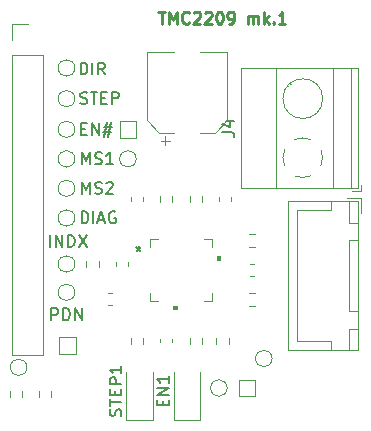
<source format=gbr>
%TF.GenerationSoftware,KiCad,Pcbnew,8.0.4*%
%TF.CreationDate,2024-09-14T10:14:20+02:00*%
%TF.ProjectId,tmc2208-breakout,746d6332-3230-4382-9d62-7265616b6f75,rev?*%
%TF.SameCoordinates,Original*%
%TF.FileFunction,Legend,Top*%
%TF.FilePolarity,Positive*%
%FSLAX46Y46*%
G04 Gerber Fmt 4.6, Leading zero omitted, Abs format (unit mm)*
G04 Created by KiCad (PCBNEW 8.0.4) date 2024-09-14 10:14:20*
%MOMM*%
%LPD*%
G01*
G04 APERTURE LIST*
%ADD10C,0.250000*%
%ADD11C,0.150000*%
%ADD12C,0.120000*%
%ADD13C,0.100000*%
G04 APERTURE END LIST*
D10*
X155071429Y-39144647D02*
X155642857Y-39144647D01*
X155357143Y-40144647D02*
X155357143Y-39144647D01*
X155976191Y-40144647D02*
X155976191Y-39144647D01*
X155976191Y-39144647D02*
X156309524Y-39858932D01*
X156309524Y-39858932D02*
X156642857Y-39144647D01*
X156642857Y-39144647D02*
X156642857Y-40144647D01*
X157690476Y-40049408D02*
X157642857Y-40097028D01*
X157642857Y-40097028D02*
X157500000Y-40144647D01*
X157500000Y-40144647D02*
X157404762Y-40144647D01*
X157404762Y-40144647D02*
X157261905Y-40097028D01*
X157261905Y-40097028D02*
X157166667Y-40001789D01*
X157166667Y-40001789D02*
X157119048Y-39906551D01*
X157119048Y-39906551D02*
X157071429Y-39716075D01*
X157071429Y-39716075D02*
X157071429Y-39573218D01*
X157071429Y-39573218D02*
X157119048Y-39382742D01*
X157119048Y-39382742D02*
X157166667Y-39287504D01*
X157166667Y-39287504D02*
X157261905Y-39192266D01*
X157261905Y-39192266D02*
X157404762Y-39144647D01*
X157404762Y-39144647D02*
X157500000Y-39144647D01*
X157500000Y-39144647D02*
X157642857Y-39192266D01*
X157642857Y-39192266D02*
X157690476Y-39239885D01*
X158071429Y-39239885D02*
X158119048Y-39192266D01*
X158119048Y-39192266D02*
X158214286Y-39144647D01*
X158214286Y-39144647D02*
X158452381Y-39144647D01*
X158452381Y-39144647D02*
X158547619Y-39192266D01*
X158547619Y-39192266D02*
X158595238Y-39239885D01*
X158595238Y-39239885D02*
X158642857Y-39335123D01*
X158642857Y-39335123D02*
X158642857Y-39430361D01*
X158642857Y-39430361D02*
X158595238Y-39573218D01*
X158595238Y-39573218D02*
X158023810Y-40144647D01*
X158023810Y-40144647D02*
X158642857Y-40144647D01*
X159023810Y-39239885D02*
X159071429Y-39192266D01*
X159071429Y-39192266D02*
X159166667Y-39144647D01*
X159166667Y-39144647D02*
X159404762Y-39144647D01*
X159404762Y-39144647D02*
X159500000Y-39192266D01*
X159500000Y-39192266D02*
X159547619Y-39239885D01*
X159547619Y-39239885D02*
X159595238Y-39335123D01*
X159595238Y-39335123D02*
X159595238Y-39430361D01*
X159595238Y-39430361D02*
X159547619Y-39573218D01*
X159547619Y-39573218D02*
X158976191Y-40144647D01*
X158976191Y-40144647D02*
X159595238Y-40144647D01*
X160214286Y-39144647D02*
X160309524Y-39144647D01*
X160309524Y-39144647D02*
X160404762Y-39192266D01*
X160404762Y-39192266D02*
X160452381Y-39239885D01*
X160452381Y-39239885D02*
X160500000Y-39335123D01*
X160500000Y-39335123D02*
X160547619Y-39525599D01*
X160547619Y-39525599D02*
X160547619Y-39763694D01*
X160547619Y-39763694D02*
X160500000Y-39954170D01*
X160500000Y-39954170D02*
X160452381Y-40049408D01*
X160452381Y-40049408D02*
X160404762Y-40097028D01*
X160404762Y-40097028D02*
X160309524Y-40144647D01*
X160309524Y-40144647D02*
X160214286Y-40144647D01*
X160214286Y-40144647D02*
X160119048Y-40097028D01*
X160119048Y-40097028D02*
X160071429Y-40049408D01*
X160071429Y-40049408D02*
X160023810Y-39954170D01*
X160023810Y-39954170D02*
X159976191Y-39763694D01*
X159976191Y-39763694D02*
X159976191Y-39525599D01*
X159976191Y-39525599D02*
X160023810Y-39335123D01*
X160023810Y-39335123D02*
X160071429Y-39239885D01*
X160071429Y-39239885D02*
X160119048Y-39192266D01*
X160119048Y-39192266D02*
X160214286Y-39144647D01*
X161023810Y-40144647D02*
X161214286Y-40144647D01*
X161214286Y-40144647D02*
X161309524Y-40097028D01*
X161309524Y-40097028D02*
X161357143Y-40049408D01*
X161357143Y-40049408D02*
X161452381Y-39906551D01*
X161452381Y-39906551D02*
X161500000Y-39716075D01*
X161500000Y-39716075D02*
X161500000Y-39335123D01*
X161500000Y-39335123D02*
X161452381Y-39239885D01*
X161452381Y-39239885D02*
X161404762Y-39192266D01*
X161404762Y-39192266D02*
X161309524Y-39144647D01*
X161309524Y-39144647D02*
X161119048Y-39144647D01*
X161119048Y-39144647D02*
X161023810Y-39192266D01*
X161023810Y-39192266D02*
X160976191Y-39239885D01*
X160976191Y-39239885D02*
X160928572Y-39335123D01*
X160928572Y-39335123D02*
X160928572Y-39573218D01*
X160928572Y-39573218D02*
X160976191Y-39668456D01*
X160976191Y-39668456D02*
X161023810Y-39716075D01*
X161023810Y-39716075D02*
X161119048Y-39763694D01*
X161119048Y-39763694D02*
X161309524Y-39763694D01*
X161309524Y-39763694D02*
X161404762Y-39716075D01*
X161404762Y-39716075D02*
X161452381Y-39668456D01*
X161452381Y-39668456D02*
X161500000Y-39573218D01*
X162690477Y-40144647D02*
X162690477Y-39477980D01*
X162690477Y-39573218D02*
X162738096Y-39525599D01*
X162738096Y-39525599D02*
X162833334Y-39477980D01*
X162833334Y-39477980D02*
X162976191Y-39477980D01*
X162976191Y-39477980D02*
X163071429Y-39525599D01*
X163071429Y-39525599D02*
X163119048Y-39620837D01*
X163119048Y-39620837D02*
X163119048Y-40144647D01*
X163119048Y-39620837D02*
X163166667Y-39525599D01*
X163166667Y-39525599D02*
X163261905Y-39477980D01*
X163261905Y-39477980D02*
X163404762Y-39477980D01*
X163404762Y-39477980D02*
X163500001Y-39525599D01*
X163500001Y-39525599D02*
X163547620Y-39620837D01*
X163547620Y-39620837D02*
X163547620Y-40144647D01*
X164023810Y-40144647D02*
X164023810Y-39144647D01*
X164119048Y-39763694D02*
X164404762Y-40144647D01*
X164404762Y-39477980D02*
X164023810Y-39858932D01*
X164833334Y-40049408D02*
X164880953Y-40097028D01*
X164880953Y-40097028D02*
X164833334Y-40144647D01*
X164833334Y-40144647D02*
X164785715Y-40097028D01*
X164785715Y-40097028D02*
X164833334Y-40049408D01*
X164833334Y-40049408D02*
X164833334Y-40144647D01*
X165833333Y-40144647D02*
X165261905Y-40144647D01*
X165547619Y-40144647D02*
X165547619Y-39144647D01*
X165547619Y-39144647D02*
X165452381Y-39287504D01*
X165452381Y-39287504D02*
X165357143Y-39382742D01*
X165357143Y-39382742D02*
X165261905Y-39430361D01*
D11*
X148500000Y-44454819D02*
X148500000Y-43454819D01*
X148500000Y-43454819D02*
X148738095Y-43454819D01*
X148738095Y-43454819D02*
X148880952Y-43502438D01*
X148880952Y-43502438D02*
X148976190Y-43597676D01*
X148976190Y-43597676D02*
X149023809Y-43692914D01*
X149023809Y-43692914D02*
X149071428Y-43883390D01*
X149071428Y-43883390D02*
X149071428Y-44026247D01*
X149071428Y-44026247D02*
X149023809Y-44216723D01*
X149023809Y-44216723D02*
X148976190Y-44311961D01*
X148976190Y-44311961D02*
X148880952Y-44407200D01*
X148880952Y-44407200D02*
X148738095Y-44454819D01*
X148738095Y-44454819D02*
X148500000Y-44454819D01*
X149500000Y-44454819D02*
X149500000Y-43454819D01*
X150547618Y-44454819D02*
X150214285Y-43978628D01*
X149976190Y-44454819D02*
X149976190Y-43454819D01*
X149976190Y-43454819D02*
X150357142Y-43454819D01*
X150357142Y-43454819D02*
X150452380Y-43502438D01*
X150452380Y-43502438D02*
X150499999Y-43550057D01*
X150499999Y-43550057D02*
X150547618Y-43645295D01*
X150547618Y-43645295D02*
X150547618Y-43788152D01*
X150547618Y-43788152D02*
X150499999Y-43883390D01*
X150499999Y-43883390D02*
X150452380Y-43931009D01*
X150452380Y-43931009D02*
X150357142Y-43978628D01*
X150357142Y-43978628D02*
X149976190Y-43978628D01*
X148614286Y-54554819D02*
X148614286Y-53554819D01*
X148614286Y-53554819D02*
X148947619Y-54269104D01*
X148947619Y-54269104D02*
X149280952Y-53554819D01*
X149280952Y-53554819D02*
X149280952Y-54554819D01*
X149709524Y-54507200D02*
X149852381Y-54554819D01*
X149852381Y-54554819D02*
X150090476Y-54554819D01*
X150090476Y-54554819D02*
X150185714Y-54507200D01*
X150185714Y-54507200D02*
X150233333Y-54459580D01*
X150233333Y-54459580D02*
X150280952Y-54364342D01*
X150280952Y-54364342D02*
X150280952Y-54269104D01*
X150280952Y-54269104D02*
X150233333Y-54173866D01*
X150233333Y-54173866D02*
X150185714Y-54126247D01*
X150185714Y-54126247D02*
X150090476Y-54078628D01*
X150090476Y-54078628D02*
X149900000Y-54031009D01*
X149900000Y-54031009D02*
X149804762Y-53983390D01*
X149804762Y-53983390D02*
X149757143Y-53935771D01*
X149757143Y-53935771D02*
X149709524Y-53840533D01*
X149709524Y-53840533D02*
X149709524Y-53745295D01*
X149709524Y-53745295D02*
X149757143Y-53650057D01*
X149757143Y-53650057D02*
X149804762Y-53602438D01*
X149804762Y-53602438D02*
X149900000Y-53554819D01*
X149900000Y-53554819D02*
X150138095Y-53554819D01*
X150138095Y-53554819D02*
X150280952Y-53602438D01*
X150661905Y-53650057D02*
X150709524Y-53602438D01*
X150709524Y-53602438D02*
X150804762Y-53554819D01*
X150804762Y-53554819D02*
X151042857Y-53554819D01*
X151042857Y-53554819D02*
X151138095Y-53602438D01*
X151138095Y-53602438D02*
X151185714Y-53650057D01*
X151185714Y-53650057D02*
X151233333Y-53745295D01*
X151233333Y-53745295D02*
X151233333Y-53840533D01*
X151233333Y-53840533D02*
X151185714Y-53983390D01*
X151185714Y-53983390D02*
X150614286Y-54554819D01*
X150614286Y-54554819D02*
X151233333Y-54554819D01*
X148571429Y-57054819D02*
X148571429Y-56054819D01*
X148571429Y-56054819D02*
X148809524Y-56054819D01*
X148809524Y-56054819D02*
X148952381Y-56102438D01*
X148952381Y-56102438D02*
X149047619Y-56197676D01*
X149047619Y-56197676D02*
X149095238Y-56292914D01*
X149095238Y-56292914D02*
X149142857Y-56483390D01*
X149142857Y-56483390D02*
X149142857Y-56626247D01*
X149142857Y-56626247D02*
X149095238Y-56816723D01*
X149095238Y-56816723D02*
X149047619Y-56911961D01*
X149047619Y-56911961D02*
X148952381Y-57007200D01*
X148952381Y-57007200D02*
X148809524Y-57054819D01*
X148809524Y-57054819D02*
X148571429Y-57054819D01*
X149571429Y-57054819D02*
X149571429Y-56054819D01*
X150000000Y-56769104D02*
X150476190Y-56769104D01*
X149904762Y-57054819D02*
X150238095Y-56054819D01*
X150238095Y-56054819D02*
X150571428Y-57054819D01*
X151428571Y-56102438D02*
X151333333Y-56054819D01*
X151333333Y-56054819D02*
X151190476Y-56054819D01*
X151190476Y-56054819D02*
X151047619Y-56102438D01*
X151047619Y-56102438D02*
X150952381Y-56197676D01*
X150952381Y-56197676D02*
X150904762Y-56292914D01*
X150904762Y-56292914D02*
X150857143Y-56483390D01*
X150857143Y-56483390D02*
X150857143Y-56626247D01*
X150857143Y-56626247D02*
X150904762Y-56816723D01*
X150904762Y-56816723D02*
X150952381Y-56911961D01*
X150952381Y-56911961D02*
X151047619Y-57007200D01*
X151047619Y-57007200D02*
X151190476Y-57054819D01*
X151190476Y-57054819D02*
X151285714Y-57054819D01*
X151285714Y-57054819D02*
X151428571Y-57007200D01*
X151428571Y-57007200D02*
X151476190Y-56959580D01*
X151476190Y-56959580D02*
X151476190Y-56626247D01*
X151476190Y-56626247D02*
X151285714Y-56626247D01*
X151907200Y-73345237D02*
X151954819Y-73202380D01*
X151954819Y-73202380D02*
X151954819Y-72964285D01*
X151954819Y-72964285D02*
X151907200Y-72869047D01*
X151907200Y-72869047D02*
X151859580Y-72821428D01*
X151859580Y-72821428D02*
X151764342Y-72773809D01*
X151764342Y-72773809D02*
X151669104Y-72773809D01*
X151669104Y-72773809D02*
X151573866Y-72821428D01*
X151573866Y-72821428D02*
X151526247Y-72869047D01*
X151526247Y-72869047D02*
X151478628Y-72964285D01*
X151478628Y-72964285D02*
X151431009Y-73154761D01*
X151431009Y-73154761D02*
X151383390Y-73249999D01*
X151383390Y-73249999D02*
X151335771Y-73297618D01*
X151335771Y-73297618D02*
X151240533Y-73345237D01*
X151240533Y-73345237D02*
X151145295Y-73345237D01*
X151145295Y-73345237D02*
X151050057Y-73297618D01*
X151050057Y-73297618D02*
X151002438Y-73249999D01*
X151002438Y-73249999D02*
X150954819Y-73154761D01*
X150954819Y-73154761D02*
X150954819Y-72916666D01*
X150954819Y-72916666D02*
X151002438Y-72773809D01*
X150954819Y-72488094D02*
X150954819Y-71916666D01*
X151954819Y-72202380D02*
X150954819Y-72202380D01*
X151431009Y-71583332D02*
X151431009Y-71249999D01*
X151954819Y-71107142D02*
X151954819Y-71583332D01*
X151954819Y-71583332D02*
X150954819Y-71583332D01*
X150954819Y-71583332D02*
X150954819Y-71107142D01*
X151954819Y-70678570D02*
X150954819Y-70678570D01*
X150954819Y-70678570D02*
X150954819Y-70297618D01*
X150954819Y-70297618D02*
X151002438Y-70202380D01*
X151002438Y-70202380D02*
X151050057Y-70154761D01*
X151050057Y-70154761D02*
X151145295Y-70107142D01*
X151145295Y-70107142D02*
X151288152Y-70107142D01*
X151288152Y-70107142D02*
X151383390Y-70154761D01*
X151383390Y-70154761D02*
X151431009Y-70202380D01*
X151431009Y-70202380D02*
X151478628Y-70297618D01*
X151478628Y-70297618D02*
X151478628Y-70678570D01*
X151954819Y-69154761D02*
X151954819Y-69726189D01*
X151954819Y-69440475D02*
X150954819Y-69440475D01*
X150954819Y-69440475D02*
X151097676Y-69535713D01*
X151097676Y-69535713D02*
X151192914Y-69630951D01*
X151192914Y-69630951D02*
X151240533Y-69726189D01*
X148561905Y-49031009D02*
X148895238Y-49031009D01*
X149038095Y-49554819D02*
X148561905Y-49554819D01*
X148561905Y-49554819D02*
X148561905Y-48554819D01*
X148561905Y-48554819D02*
X149038095Y-48554819D01*
X149466667Y-49554819D02*
X149466667Y-48554819D01*
X149466667Y-48554819D02*
X150038095Y-49554819D01*
X150038095Y-49554819D02*
X150038095Y-48554819D01*
X150466667Y-48888152D02*
X151180952Y-48888152D01*
X150752381Y-48459580D02*
X150466667Y-49745295D01*
X151085714Y-49316723D02*
X150371429Y-49316723D01*
X150800000Y-49745295D02*
X151085714Y-48459580D01*
X153410700Y-58954819D02*
X153410700Y-59192914D01*
X153172605Y-59097676D02*
X153410700Y-59192914D01*
X153410700Y-59192914D02*
X153648795Y-59097676D01*
X153267843Y-59383390D02*
X153410700Y-59192914D01*
X153410700Y-59192914D02*
X153553557Y-59383390D01*
X155431009Y-72464285D02*
X155431009Y-72130952D01*
X155954819Y-71988095D02*
X155954819Y-72464285D01*
X155954819Y-72464285D02*
X154954819Y-72464285D01*
X154954819Y-72464285D02*
X154954819Y-71988095D01*
X155954819Y-71559523D02*
X154954819Y-71559523D01*
X154954819Y-71559523D02*
X155954819Y-70988095D01*
X155954819Y-70988095D02*
X154954819Y-70988095D01*
X155954819Y-69988095D02*
X155954819Y-70559523D01*
X155954819Y-70273809D02*
X154954819Y-70273809D01*
X154954819Y-70273809D02*
X155097676Y-70369047D01*
X155097676Y-70369047D02*
X155192914Y-70464285D01*
X155192914Y-70464285D02*
X155240533Y-70559523D01*
X145900000Y-59054819D02*
X145900000Y-58054819D01*
X146376190Y-59054819D02*
X146376190Y-58054819D01*
X146376190Y-58054819D02*
X146947618Y-59054819D01*
X146947618Y-59054819D02*
X146947618Y-58054819D01*
X147423809Y-59054819D02*
X147423809Y-58054819D01*
X147423809Y-58054819D02*
X147661904Y-58054819D01*
X147661904Y-58054819D02*
X147804761Y-58102438D01*
X147804761Y-58102438D02*
X147899999Y-58197676D01*
X147899999Y-58197676D02*
X147947618Y-58292914D01*
X147947618Y-58292914D02*
X147995237Y-58483390D01*
X147995237Y-58483390D02*
X147995237Y-58626247D01*
X147995237Y-58626247D02*
X147947618Y-58816723D01*
X147947618Y-58816723D02*
X147899999Y-58911961D01*
X147899999Y-58911961D02*
X147804761Y-59007200D01*
X147804761Y-59007200D02*
X147661904Y-59054819D01*
X147661904Y-59054819D02*
X147423809Y-59054819D01*
X148328571Y-58054819D02*
X148995237Y-59054819D01*
X148995237Y-58054819D02*
X148328571Y-59054819D01*
X148480952Y-46907200D02*
X148623809Y-46954819D01*
X148623809Y-46954819D02*
X148861904Y-46954819D01*
X148861904Y-46954819D02*
X148957142Y-46907200D01*
X148957142Y-46907200D02*
X149004761Y-46859580D01*
X149004761Y-46859580D02*
X149052380Y-46764342D01*
X149052380Y-46764342D02*
X149052380Y-46669104D01*
X149052380Y-46669104D02*
X149004761Y-46573866D01*
X149004761Y-46573866D02*
X148957142Y-46526247D01*
X148957142Y-46526247D02*
X148861904Y-46478628D01*
X148861904Y-46478628D02*
X148671428Y-46431009D01*
X148671428Y-46431009D02*
X148576190Y-46383390D01*
X148576190Y-46383390D02*
X148528571Y-46335771D01*
X148528571Y-46335771D02*
X148480952Y-46240533D01*
X148480952Y-46240533D02*
X148480952Y-46145295D01*
X148480952Y-46145295D02*
X148528571Y-46050057D01*
X148528571Y-46050057D02*
X148576190Y-46002438D01*
X148576190Y-46002438D02*
X148671428Y-45954819D01*
X148671428Y-45954819D02*
X148909523Y-45954819D01*
X148909523Y-45954819D02*
X149052380Y-46002438D01*
X149338095Y-45954819D02*
X149909523Y-45954819D01*
X149623809Y-46954819D02*
X149623809Y-45954819D01*
X150242857Y-46431009D02*
X150576190Y-46431009D01*
X150719047Y-46954819D02*
X150242857Y-46954819D01*
X150242857Y-46954819D02*
X150242857Y-45954819D01*
X150242857Y-45954819D02*
X150719047Y-45954819D01*
X151147619Y-46954819D02*
X151147619Y-45954819D01*
X151147619Y-45954819D02*
X151528571Y-45954819D01*
X151528571Y-45954819D02*
X151623809Y-46002438D01*
X151623809Y-46002438D02*
X151671428Y-46050057D01*
X151671428Y-46050057D02*
X151719047Y-46145295D01*
X151719047Y-46145295D02*
X151719047Y-46288152D01*
X151719047Y-46288152D02*
X151671428Y-46383390D01*
X151671428Y-46383390D02*
X151623809Y-46431009D01*
X151623809Y-46431009D02*
X151528571Y-46478628D01*
X151528571Y-46478628D02*
X151147619Y-46478628D01*
X160499819Y-49333333D02*
X161214104Y-49333333D01*
X161214104Y-49333333D02*
X161356961Y-49380952D01*
X161356961Y-49380952D02*
X161452200Y-49476190D01*
X161452200Y-49476190D02*
X161499819Y-49619047D01*
X161499819Y-49619047D02*
X161499819Y-49714285D01*
X160833152Y-48428571D02*
X161499819Y-48428571D01*
X160452200Y-48666666D02*
X161166485Y-48904761D01*
X161166485Y-48904761D02*
X161166485Y-48285714D01*
X148614286Y-52054819D02*
X148614286Y-51054819D01*
X148614286Y-51054819D02*
X148947619Y-51769104D01*
X148947619Y-51769104D02*
X149280952Y-51054819D01*
X149280952Y-51054819D02*
X149280952Y-52054819D01*
X149709524Y-52007200D02*
X149852381Y-52054819D01*
X149852381Y-52054819D02*
X150090476Y-52054819D01*
X150090476Y-52054819D02*
X150185714Y-52007200D01*
X150185714Y-52007200D02*
X150233333Y-51959580D01*
X150233333Y-51959580D02*
X150280952Y-51864342D01*
X150280952Y-51864342D02*
X150280952Y-51769104D01*
X150280952Y-51769104D02*
X150233333Y-51673866D01*
X150233333Y-51673866D02*
X150185714Y-51626247D01*
X150185714Y-51626247D02*
X150090476Y-51578628D01*
X150090476Y-51578628D02*
X149900000Y-51531009D01*
X149900000Y-51531009D02*
X149804762Y-51483390D01*
X149804762Y-51483390D02*
X149757143Y-51435771D01*
X149757143Y-51435771D02*
X149709524Y-51340533D01*
X149709524Y-51340533D02*
X149709524Y-51245295D01*
X149709524Y-51245295D02*
X149757143Y-51150057D01*
X149757143Y-51150057D02*
X149804762Y-51102438D01*
X149804762Y-51102438D02*
X149900000Y-51054819D01*
X149900000Y-51054819D02*
X150138095Y-51054819D01*
X150138095Y-51054819D02*
X150280952Y-51102438D01*
X151233333Y-52054819D02*
X150661905Y-52054819D01*
X150947619Y-52054819D02*
X150947619Y-51054819D01*
X150947619Y-51054819D02*
X150852381Y-51197676D01*
X150852381Y-51197676D02*
X150757143Y-51292914D01*
X150757143Y-51292914D02*
X150661905Y-51340533D01*
X146014286Y-65254819D02*
X146014286Y-64254819D01*
X146014286Y-64254819D02*
X146395238Y-64254819D01*
X146395238Y-64254819D02*
X146490476Y-64302438D01*
X146490476Y-64302438D02*
X146538095Y-64350057D01*
X146538095Y-64350057D02*
X146585714Y-64445295D01*
X146585714Y-64445295D02*
X146585714Y-64588152D01*
X146585714Y-64588152D02*
X146538095Y-64683390D01*
X146538095Y-64683390D02*
X146490476Y-64731009D01*
X146490476Y-64731009D02*
X146395238Y-64778628D01*
X146395238Y-64778628D02*
X146014286Y-64778628D01*
X147014286Y-65254819D02*
X147014286Y-64254819D01*
X147014286Y-64254819D02*
X147252381Y-64254819D01*
X147252381Y-64254819D02*
X147395238Y-64302438D01*
X147395238Y-64302438D02*
X147490476Y-64397676D01*
X147490476Y-64397676D02*
X147538095Y-64492914D01*
X147538095Y-64492914D02*
X147585714Y-64683390D01*
X147585714Y-64683390D02*
X147585714Y-64826247D01*
X147585714Y-64826247D02*
X147538095Y-65016723D01*
X147538095Y-65016723D02*
X147490476Y-65111961D01*
X147490476Y-65111961D02*
X147395238Y-65207200D01*
X147395238Y-65207200D02*
X147252381Y-65254819D01*
X147252381Y-65254819D02*
X147014286Y-65254819D01*
X148014286Y-65254819D02*
X148014286Y-64254819D01*
X148014286Y-64254819D02*
X148585714Y-65254819D01*
X148585714Y-65254819D02*
X148585714Y-64254819D01*
D12*
%TO.C,TP2*%
X148000000Y-43900000D02*
G75*
G02*
X146600000Y-43900000I-700000J0D01*
G01*
X146600000Y-43900000D02*
G75*
G02*
X148000000Y-43900000I700000J0D01*
G01*
%TO.C,TP20*%
X151800000Y-48400000D02*
X153200000Y-48400000D01*
X151800000Y-49800000D02*
X151800000Y-48400000D01*
X153200000Y-48400000D02*
X153200000Y-49800000D01*
X153200000Y-49800000D02*
X151800000Y-49800000D01*
%TO.C,C4*%
X162853733Y-60490000D02*
X163146267Y-60490000D01*
X162853733Y-61510000D02*
X163146267Y-61510000D01*
%TO.C,TP15*%
X164700000Y-68500000D02*
G75*
G02*
X163300000Y-68500000I-700000J0D01*
G01*
X163300000Y-68500000D02*
G75*
G02*
X164700000Y-68500000I700000J0D01*
G01*
%TO.C,TP4*%
X148000000Y-54100000D02*
G75*
G02*
X146600000Y-54100000I-700000J0D01*
G01*
X146600000Y-54100000D02*
G75*
G02*
X148000000Y-54100000I700000J0D01*
G01*
%TO.C,J3*%
X166015000Y-55190000D02*
X166015000Y-67810000D01*
X166015000Y-67810000D02*
X171985000Y-67810000D01*
X166775000Y-55950000D02*
X166775000Y-61500000D01*
X166775000Y-67050000D02*
X166775000Y-61500000D01*
X169725000Y-55200000D02*
X169725000Y-55950000D01*
X169725000Y-55950000D02*
X166775000Y-55950000D01*
X169725000Y-67050000D02*
X166775000Y-67050000D01*
X169725000Y-67800000D02*
X169725000Y-67050000D01*
X171225000Y-55200000D02*
X171225000Y-57000000D01*
X171225000Y-57000000D02*
X171975000Y-57000000D01*
X171225000Y-58500000D02*
X171225000Y-64500000D01*
X171225000Y-64500000D02*
X171975000Y-64500000D01*
X171225000Y-66000000D02*
X171225000Y-67800000D01*
X171225000Y-67800000D02*
X171975000Y-67800000D01*
X171975000Y-55200000D02*
X171225000Y-55200000D01*
X171975000Y-57000000D02*
X171975000Y-55200000D01*
X171975000Y-58500000D02*
X171225000Y-58500000D01*
X171975000Y-64500000D02*
X171975000Y-58500000D01*
X171975000Y-66000000D02*
X171225000Y-66000000D01*
X171975000Y-67800000D02*
X171975000Y-66000000D01*
X171985000Y-55190000D02*
X166015000Y-55190000D01*
X171985000Y-67810000D02*
X171985000Y-55190000D01*
X172275000Y-54900000D02*
X171025000Y-54900000D01*
X172275000Y-56150000D02*
X172275000Y-54900000D01*
%TO.C,TP6*%
X148000000Y-56600000D02*
G75*
G02*
X146600000Y-56600000I-700000J0D01*
G01*
X146600000Y-56600000D02*
G75*
G02*
X148000000Y-56600000I700000J0D01*
G01*
%TO.C,TP19*%
X161900000Y-70300000D02*
X163300000Y-70300000D01*
X161900000Y-71700000D02*
X161900000Y-70300000D01*
X163300000Y-70300000D02*
X163300000Y-71700000D01*
X163300000Y-71700000D02*
X161900000Y-71700000D01*
%TO.C,R6*%
X159977500Y-66745276D02*
X159977500Y-67254724D01*
X161022500Y-66745276D02*
X161022500Y-67254724D01*
%TO.C,C1*%
X155240000Y-66853733D02*
X155240000Y-67146267D01*
X156260000Y-66853733D02*
X156260000Y-67146267D01*
%TO.C,STEP1*%
X152365000Y-69650000D02*
X152365000Y-73710000D01*
X152365000Y-73710000D02*
X154635000Y-73710000D01*
X154635000Y-73710000D02*
X154635000Y-69650000D01*
%TO.C,TP1*%
X148000000Y-49100000D02*
G75*
G02*
X146600000Y-49100000I-700000J0D01*
G01*
X146600000Y-49100000D02*
G75*
G02*
X148000000Y-49100000I700000J0D01*
G01*
%TO.C,U1*%
X154371100Y-58371100D02*
X154371100Y-59039860D01*
X154371100Y-62960140D02*
X154371100Y-63628900D01*
X154371100Y-63628900D02*
X155039860Y-63628900D01*
X155039860Y-58371100D02*
X154371100Y-58371100D01*
X158960140Y-63628900D02*
X159628900Y-63628900D01*
X159628900Y-58371100D02*
X158960140Y-58371100D01*
X159628900Y-59039860D02*
X159628900Y-58371100D01*
X159628900Y-63628900D02*
X159628900Y-62960140D01*
D13*
X156690501Y-64309899D02*
X156309501Y-64309899D01*
X156309501Y-64055899D01*
X156690501Y-64055899D01*
X156690501Y-64309899D01*
G36*
X156690501Y-64309899D02*
G01*
X156309501Y-64309899D01*
X156309501Y-64055899D01*
X156690501Y-64055899D01*
X156690501Y-64309899D01*
G37*
X160309899Y-60190499D02*
X160055899Y-60190499D01*
X160055899Y-59809499D01*
X160309899Y-59809499D01*
X160309899Y-60190499D01*
G36*
X160309899Y-60190499D02*
G01*
X160055899Y-60190499D01*
X160055899Y-59809499D01*
X160309899Y-59809499D01*
X160309899Y-60190499D01*
G37*
D12*
%TO.C,R3*%
X157727500Y-54745276D02*
X157727500Y-55254724D01*
X158772500Y-54745276D02*
X158772500Y-55254724D01*
%TO.C,R8*%
X152727500Y-66745276D02*
X152727500Y-67254724D01*
X153772500Y-66745276D02*
X153772500Y-67254724D01*
%TO.C,C5*%
X152740000Y-55146267D02*
X152740000Y-54853733D01*
X153760000Y-55146267D02*
X153760000Y-54853733D01*
%TO.C,EN1*%
X156365000Y-69650000D02*
X156365000Y-73710000D01*
X156365000Y-73710000D02*
X158635000Y-73710000D01*
X158635000Y-73710000D02*
X158635000Y-69650000D01*
%TO.C,J1*%
X142670000Y-40170000D02*
X144000000Y-40170000D01*
X142670000Y-41500000D02*
X142670000Y-40170000D01*
X142670000Y-42770000D02*
X142670000Y-68230000D01*
X142670000Y-42770000D02*
X145330000Y-42770000D01*
X142670000Y-68230000D02*
X145330000Y-68230000D01*
X145330000Y-42770000D02*
X145330000Y-68230000D01*
%TO.C,R10*%
X142477500Y-71245276D02*
X142477500Y-71754724D01*
X143522500Y-71245276D02*
X143522500Y-71754724D01*
%TO.C,TP7*%
X148000000Y-60500000D02*
G75*
G02*
X146600000Y-60500000I-700000J0D01*
G01*
X146600000Y-60500000D02*
G75*
G02*
X148000000Y-60500000I700000J0D01*
G01*
%TO.C,R2*%
X155227500Y-55254724D02*
X155227500Y-54745276D01*
X156272500Y-55254724D02*
X156272500Y-54745276D01*
%TO.C,C3*%
X151146267Y-62990000D02*
X150853733Y-62990000D01*
X151146267Y-64010000D02*
X150853733Y-64010000D01*
%TO.C,TP5*%
X148000000Y-46500000D02*
G75*
G02*
X146600000Y-46500000I-700000J0D01*
G01*
X146600000Y-46500000D02*
G75*
G02*
X148000000Y-46500000I700000J0D01*
G01*
%TO.C,R1*%
X148977500Y-60754724D02*
X148977500Y-60245276D01*
X150022500Y-60754724D02*
X150022500Y-60245276D01*
%TO.C,R7*%
X157727500Y-67254724D02*
X157727500Y-66745276D01*
X158772500Y-67254724D02*
X158772500Y-66745276D01*
%TO.C,C2*%
X151490000Y-60646267D02*
X151490000Y-60353733D01*
X152510000Y-60646267D02*
X152510000Y-60353733D01*
%TO.C,J4*%
X162044000Y-43940000D02*
X171965000Y-43940000D01*
X162044000Y-54060000D02*
X162044000Y-43940000D01*
X162044000Y-54060000D02*
X171965000Y-54060000D01*
X165004000Y-54060000D02*
X165004000Y-43940000D01*
X166030000Y-45430000D02*
X166066000Y-45465000D01*
X166236000Y-45225000D02*
X166282000Y-45272000D01*
X168328000Y-47727000D02*
X168374000Y-47774000D01*
X168544000Y-47534000D02*
X168579000Y-47569000D01*
X169905000Y-54060000D02*
X169905000Y-43940000D01*
X171405000Y-54060000D02*
X171405000Y-43940000D01*
X171465000Y-54300000D02*
X172205000Y-54300000D01*
X171965000Y-54060000D02*
X171965000Y-43940000D01*
X172205000Y-54300000D02*
X172205000Y-53800000D01*
X165769573Y-52183042D02*
G75*
G02*
X165770000Y-50816000I1535420J683041D01*
G01*
X166621958Y-49964573D02*
G75*
G02*
X167989000Y-49965000I683042J-1535427D01*
G01*
X167988042Y-53035427D02*
G75*
G02*
X166621000Y-53035000I-683041J1535420D01*
G01*
X168839756Y-50816682D02*
G75*
G02*
X168985000Y-51500000I-1534756J-683318D01*
G01*
X168985253Y-51471195D02*
G75*
G02*
X168840000Y-52184000I-1680254J-28806D01*
G01*
X168985000Y-46500000D02*
G75*
G02*
X165625000Y-46500000I-1680000J0D01*
G01*
X165625000Y-46500000D02*
G75*
G02*
X168985000Y-46500000I1680000J0D01*
G01*
%TO.C,TP3*%
X148000000Y-51600000D02*
G75*
G02*
X146600000Y-51600000I-700000J0D01*
G01*
X146600000Y-51600000D02*
G75*
G02*
X148000000Y-51600000I700000J0D01*
G01*
%TO.C,C7*%
X154090000Y-42590000D02*
X156440000Y-42590000D01*
X154090000Y-48345563D02*
X154090000Y-42590000D01*
X155154437Y-49410000D02*
X154090000Y-48345563D01*
X155154437Y-49410000D02*
X156440000Y-49410000D01*
X155258750Y-50043750D02*
X156046250Y-50043750D01*
X155652500Y-50437500D02*
X155652500Y-49650000D01*
X159845563Y-49410000D02*
X158560000Y-49410000D01*
X159845563Y-49410000D02*
X160910000Y-48345563D01*
X160910000Y-42590000D02*
X158560000Y-42590000D01*
X160910000Y-48345563D02*
X160910000Y-42590000D01*
%TO.C,C6*%
X160240000Y-55146267D02*
X160240000Y-54853733D01*
X161260000Y-55146267D02*
X161260000Y-54853733D01*
%TO.C,TP14*%
X153200000Y-51600000D02*
G75*
G02*
X151800000Y-51600000I-700000J0D01*
G01*
X151800000Y-51600000D02*
G75*
G02*
X153200000Y-51600000I700000J0D01*
G01*
%TO.C,R5*%
X163254724Y-57977500D02*
X162745276Y-57977500D01*
X163254724Y-59022500D02*
X162745276Y-59022500D01*
%TO.C,TP12*%
X160900000Y-71000000D02*
G75*
G02*
X159500000Y-71000000I-700000J0D01*
G01*
X159500000Y-71000000D02*
G75*
G02*
X160900000Y-71000000I700000J0D01*
G01*
%TO.C,TP18*%
X146700000Y-66700000D02*
X148100000Y-66700000D01*
X146700000Y-68100000D02*
X146700000Y-66700000D01*
X148100000Y-66700000D02*
X148100000Y-68100000D01*
X148100000Y-68100000D02*
X146700000Y-68100000D01*
%TO.C,R4*%
X162745276Y-62977500D02*
X163254724Y-62977500D01*
X162745276Y-64022500D02*
X163254724Y-64022500D01*
%TO.C,TP16*%
X143950000Y-69250000D02*
G75*
G02*
X142550000Y-69250000I-700000J0D01*
G01*
X142550000Y-69250000D02*
G75*
G02*
X143950000Y-69250000I700000J0D01*
G01*
%TO.C,R9*%
X144977500Y-71754724D02*
X144977500Y-71245276D01*
X146022500Y-71754724D02*
X146022500Y-71245276D01*
%TO.C,TP8*%
X148000000Y-62900000D02*
G75*
G02*
X146600000Y-62900000I-700000J0D01*
G01*
X146600000Y-62900000D02*
G75*
G02*
X148000000Y-62900000I700000J0D01*
G01*
%TD*%
M02*

</source>
